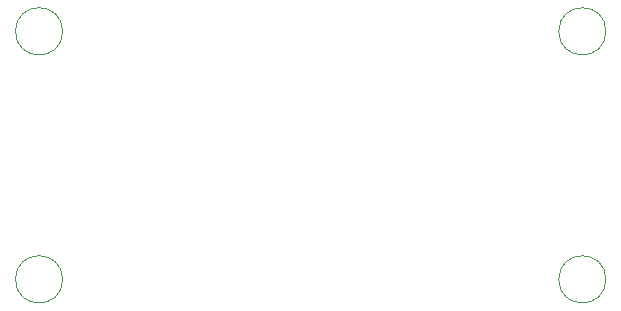
<source format=gbo>
G04 Layer_Color=65535*
%FSAX44Y44*%
%MOMM*%
G71*
G01*
G75*
%ADD35C,0.1016*%
D35*
X06720000Y08630000D02*
G03*
X06720000Y08630000I-00020000J00000000D01*
G01*
X07180000D02*
G03*
X07180000Y08630000I-00020000J00000000D01*
G01*
X07180000Y08420000D02*
G03*
X07180000Y08420000I-00020000J00000000D01*
G01*
X06720000D02*
G03*
X06720000Y08420000I-00020000J00000000D01*
G01*
M02*

</source>
